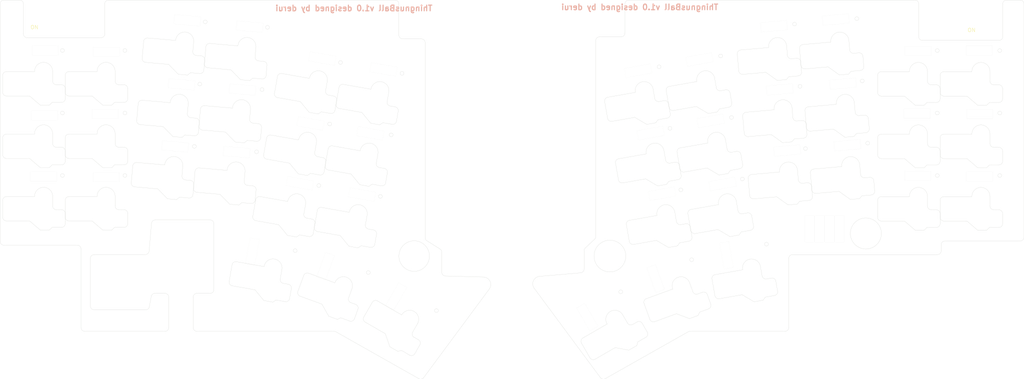
<source format=kicad_pcb>
(kicad_pcb (version 20241229) (generator "pcbnew") (generator_version "9.0")
  (layers (0 "F.Cu" signal) (2 "B.Cu" signal) (13 "F.Paste" user) (15 "B.Paste" user) (5 "F.SilkS" user "F.Silkscreen") (7 "B.SilkS" user "B.Silkscreen") (1 "F.Mask" user) (3 "B.Mask" user) (25 "Edge.Cuts" user))
  (net 0 "")
  (footprint "kbd_Parts:Diode_SMD_EdgeCuts" (layer "F.Cu") (at 262.767139 79.656232 180))
  (footprint "kbd_Parts:Diode_SMD_EdgeCuts" (layer "F.Cu") (at 105.449872 103.738503 70))
  (footprint "kicad-lib:Choc_v2_Socket_Form" (layer "F.Cu") (at 226.998621 61.878196 5))
  (footprint "kbd_Parts:Diode_SMD_EdgeCuts" (layer "F.Cu") (at 210.942299 81.844406 -170))
  (footprint "kicad-lib:Choc_v2_Socket_Form" (layer "F.Cu") (at 30.55508 51.93662))
  (footprint "kicad-lib:Choc_v2_Socket_Form" (layer "F.Cu") (at 103.54728 54.165714 -10))
  (footprint "kicad-lib:Choc_v2_Socket_Form" (layer "F.Cu") (at 47.15508 51.93662))
  (footprint "kbd_Parts:Diode_SMD_EdgeCuts" (layer "F.Cu") (at 211.959368 100.780476 100))
  (footprint "kicad-lib:Choc_v2_Socket_Form" (layer "F.Cu") (at 91.499117 104.159598 -10))
  (footprint "kicad-lib:Choc_v2_Socket_Form" (layer "F.Cu") (at 30.55508 85.13662))
  (footprint "kbd_Parts:Diode_SMD_EdgeCuts" (layer "F.Cu") (at 98.647453 81.680029 170))
  (footprint "kbd_Parts:Diode_SMD_EdgeCuts" (layer "F.Cu") (at 104.580994 48.532038 170))
  (footprint "kicad-lib:Choc_v2_Socket_Form" (layer "F.Cu") (at 279.567037 68.554803))
  (footprint "kicad-lib:Choc_v2_Socket_Form" (layer "F.Cu") (at 81.676711 78.396845 -5))
  (footprint "kbd_Parts:Diode_SMD_EdgeCuts" (layer "F.Cu") (at 228.109518 72.975967 -175))
  (footprint "kbd_Parts:Diode_SMD_EdgeCuts" (layer "F.Cu") (at 188.477792 51.772061 -170))
  (footprint "kicad-lib:Choc_v2_Socket_Form" (layer "F.Cu") (at 30.55508 68.53662))
  (footprint "kbd_Parts:Diode_SMD_EdgeCuts" (layer "F.Cu") (at 30.51432 79.906832 180))
  (footprint "kbd_Parts:Diode_SMD_EdgeCuts" (layer "F.Cu") (at 68.748669 38.382242 175))
  (footprint "kbd_Parts:Diode_SMD_EdgeCuts" (layer "F.Cu") (at 262.602582 63.17919 180))
  (footprint "kicad-lib:Choc_v2_Socket_Form" (layer "F.Cu") (at 262.967037 51.954803))
  (footprint "kbd_Parts:Diode_SMD_EdgeCuts" (layer "F.Cu") (at 117.361102 68.398487 170))
  (footprint "kicad-lib:Choc_v2_Socket_Form" (layer "F.Cu") (at 228.445406 78.415028 5))
  (footprint "kicad-lib:Choc_v2_Socket_Form" (layer "F.Cu") (at 225.551836 45.341364 5))
  (footprint "kbd_Parts:Diode_SMD_EdgeCuts" (layer "F.Cu") (at 244.09343 71.563683 -175))
  (footprint "kbd_Parts:Diode_SMD_EdgeCuts" (layer "F.Cu") (at 224.575149 39.942223 -175))
  (footprint "kbd_Parts:Diode_SMD_EdgeCuts" (layer "F.Cu") (at 124.218072 111.733169 60))
  (footprint "kbd_Parts:Diode_SMD_EdgeCuts" (layer "F.Cu") (at 115.169293 84.651363 170))
  (footprint "kicad-lib:Choc_v2_Socket_Form" (layer "F.Cu") (at 68.033449 43.876395 -5))
  (footprint "kbd_Parts:Diode_SMD_EdgeCuts" (layer "F.Cu") (at 47.190601 80.053958 180))
  (footprint "kicad-lib:Choc_v2_Socket_Form" (layer "F.Cu") (at 127.8 117.8 -30))
  (footprint "kicad-lib:Choc_v2_Socket_Form" (layer "F.Cu") (at 47.15508 68.53662))
  (footprint "kbd_Parts:Diode_SMD_EdgeCuts" (layer "F.Cu") (at 174.985823 117.220578 120))
  (footprint "kbd_Parts:Diode_SMD_EdgeCuts" (layer "F.Cu") (at 86.034101 99.815772 80))
  (footprint "kbd_Parts:Diode_SMD_EdgeCuts" (layer "F.Cu") (at 191.847604 68.328763 -170))
  (footprint "kbd_Parts:Diode_SMD_EdgeCuts" (layer "F.Cu") (at 240.992402 38.166323 -175))
  (footprint "kicad-lib:Choc_v2_Socket_Form" (layer "F.Cu") (at 199.910874 108.90175 20))
  (footprint "kicad-lib:Choc_v2_Socket_Form" (layer "F.Cu") (at 262.967037 68.554803))
  (footprint "kicad-lib:Choc_v2_Socket_Form" (layer "F.Cu") (at 279.567037 51.954803))
  (footprint "kbd_Parts:Diode_SMD_EdgeCuts" (layer "F.Cu") (at 242.915247 55.198724 -175))
  (footprint "kicad-lib:Choc_v2_Socket_Form" (layer "F.Cu") (at 65.139879 76.950059 -5))
  (footprint "kicad-lib:Choc_v2_Socket_Form" (layer "F.Cu") (at 212.223502 86.861332 10))
  (footprint "kicad-lib:Choc_v2_Socket_Form" (layer "F.Cu") (at 243.535453 60.43141 5))
  (footprint "kbd_Parts:Diode_SMD_EdgeCuts" (layer "F.Cu") (at 65.508168 71.883928 175))
  (footprint "kbd_Parts:Diode_SMD_EdgeCuts" (layer "F.Cu") (at 242 93.775 90))
  (footprint "kbd_Parts:Diode_SMD_EdgeCuts" (layer "F.Cu") (at 83.407452 56.774633 175))
  (footprint "kicad-lib:Choc_v2_Socket_Form" (layer "F.Cu") (at 66.586664 60.413227 -5))
  (footprint "kicad-lib:Choc_v2_Socket_Form" (layer "F.Cu") (at 244.982238 76.968242 5))
  (footprint "kbd_Parts:Diode_SMD_EdgeCuts" (layer "F.Cu") (at 236.666667 93.775 90))
  (footprint "kicad-lib:Choc_v2_Socket_Form" (layer "F.Cu") (at 279.567037 85.154803))
  (footprint "kicad-lib:Choc_v2_Socket_Form" (layer "F.Cu") (at 119.895089 57.048274 -10))
  (footprint "kbd_Parts:Diode_SMD_EdgeCuts" (layer "F.Cu") (at 226.116948 56.740523 -175))
  (footprint "kbd_Parts:Diode_SMD_EdgeCuts" (layer "F.Cu") (at 279.261432 63.231303 180))
  (footprint "kicad-lib:Choc_v2_Socket_Form" (layer "F.Cu") (at 190.110572 57.048274 10))
  (footprint "kicad-lib:Choc_v2_Socket_Form" (layer "F.Cu") (at 242.088668 43.894578 5))
  (footprint "kicad-lib:Choc_v2_Socket_Form" (layer "F.Cu") (at 192.993133 73.396083 10))
  (footprint "kbd_Parts:Diode_SMD_EdgeCuts" (layer "F.Cu") (at 207.789158 65.105897 -170))
  (footprint "kicad-lib:Choc_v2_Socket_Form" (layer "F.Cu") (at 195.875693 89.743892 10))
  (footprint "kbd_Parts:Diode_SMD_EdgeCuts" (layer "F.Cu") (at 30.99038 46.3376 180))
  (footprint "kbd_Parts:Diode_SMD_EdgeCuts" (layer "F.Cu") (at 239.333333 93.775 90))
  (footprint "kbd_Parts:Diode_SMD_EdgeCuts" (layer "F.Cu") (at 262.853933 46.537771 180))
  (footprint "kbd_Parts:Diode_SMD_EdgeCuts" (layer "F.Cu") (at 101.471841 65.773338 170))
  (footprint "kicad-lib:Choc_v2_Socket_Form" (layer "F.Cu") (at 218.623 104.177781 10))
  (footprint "kbd_Parts:Diode_SMD_EdgeCuts" (layer "F.Cu") (at 47.285615 46.718827 180))
  (footprint "kicad-lib:Choc_v2_Socket_Form" (layer "F.Cu") (at 47.15508 85.13662))
  (footprint "kbd_Parts:Diode_SMD_EdgeCuts" (layer "F.Cu") (at 279.131737 46.355783 180))
  (footprint "kicad-lib:Choc_v2_Socket_Form" (layer "F.Cu") (at 182.322117 117.8 30))
  (footprint "kicad-lib:Choc_v2_Socket_Form" (layer "F.Cu") (at 100.66472 70.513523 -10))
  (footprint "kicad-lib:Choc_v2_Socket_Form" (layer "F.Cu") (at 206.458381 54.165714 10))
  (footprint "kbd_Parts:Diode_SMD_EdgeCuts" (layer "F.Cu") (at 193.14881 106.96456 110))
  (footprint "kbd_Parts:Diode_SMD_EdgeCuts" (layer "F.Cu") (at 204.800393 48.783296 -170))
  (footprint "kbd_Parts:Diode_SMD_EdgeCuts" (layer "F.Cu") (at 81.848222 73.373693 175))
  (footprint "kbd_Parts:Diode_SMD_EdgeCuts" (layer "F.Cu") (at 46.921819 63.213301 180))
  (footprint "kbd_Parts:Diode_SMD_EdgeCuts" (layer "F.Cu") (at 120.89529 51.425876 170))
  (footprint "kicad-lib:Choc_v2_Socket_Form" (layer "F.Cu") (at 110.211243 108.883568 -20))
  (footprint "kicad-lib:Choc_v2_Socket_Form" (layer "F.Cu") (at 84.570281 45.323181 -5))
  (footprint "kbd_Parts:Diode_SMD_EdgeCuts" (layer "F.Cu") (at 194.8538 84.452124 -170))
  (footprint "kicad-lib:Choc_v2_Socket_Form" (layer "F.Cu") (at 209.340941 70.513523 10))
  (footprint "kicad-lib:Choc_v2_Socket_Form" (layer "F.Cu") (at 262.967037 85.154803))
  (footprint "kicad-lib:Choc_v2_Socket_Form" (layer "F.Cu") (at 117.012528 73.396083 -10))
  (footprint "kbd_Parts:Diode_SMD_EdgeCuts" (layer "F.Cu") (at 85.305393 40.053815 175))
  (footprint "kbd_Parts:Diode_SMD_EdgeCuts" (layer "F.Cu") (at 67.224301 55.37978 175))
  (footprint "kicad-lib:Choc_v2_Socket_Form" (layer "F.Cu") (at 114.129969 89.743892 -10))
  (footprint "kbd_Parts:Diode_SMD_EdgeCuts" (layer "F.Cu") (at 30.75995 63.623461 180))
  (footprint "kbd_Parts:Diode_SMD_EdgeCuts" (layer "F.Cu") (at 279.209319 79.890153 180))
  (footprint "kicad-lib:Choc_v2_Socket_Form" (layer "F.Cu") (at 83.123496 61.860013 -5))
  (footprint "kicad-lib:Choc_v2_Socket_Form" (layer "F.Cu") (at 97.78216 86.861332 -10))
  (footprint "kbd_Parts:Diode_SMD_EdgeCuts" (layer "F.Cu") (at 234 93.775 90))
  (gr_arc (start 137.318462 106.296441) (mid 136.630589 105.99577) (end 136.345763 105.301186) (stroke (width 0.05)) (layer "Edge.Cuts"))
  (gr_arc (start 59.150706 111.721115) (mid 59.493826 111.132239) (end 60.134576 110.9) (stroke (width 0.05)) (layer "Edge.Cuts"))
  (gr_arc (start 290 33) (mid 290.707107 33.292893) (end 291 34) (stroke (width 0.05)) (layer "Edge.Cuts"))
  (gr_arc (start 132.378104 96.934024) (mid 132.034816 96.571004) (end 131.91 96.087215) (stroke (width 0.05)) (layer "Edge.Cuts"))
  (gr_line (start 131.526122 133.289735) (end 148.954484 109.761447) (stroke (width 0.05)) (layer "Edge.Cuts"))
  (gr_line (start 26.2 43) (end 45.8 43) (stroke (width 0.05)) (layer "Edge.Cuts"))
  (gr_arc (start 26.2 43) (mid 25.492893 42.707107) (end 25.2 42) (stroke (width 0.05)) (layer "Edge.Cuts"))
  (gr_line (start 290 33) (end 286.37 33) (stroke (width 0.05)) (layer "Edge.Cuts"))
  (gr_arc (start 44 115.3) (mid 43.292893 115.007107) (end 43 114.3) (stroke (width 0.05)) (layer "Edge.Cuts"))
  (gr_line (start 124.94 42.31) (end 124.94 34) (stroke (width 0.05)) (layer "Edge.Cuts"))
  (gr_line (start 184 42.75) (end 178.250374 42.75) (stroke (width 0.05)) (layer "Edge.Cuts"))
  (gr_line (start 39.5 98.1) (end 19.997732 98.1) (stroke (width 0.05)) (layer "Edge.Cuts"))
  (gr_arc (start 228.50951 101.619509) (mid 228.802577 100.912723) (end 229.509509 100.62) (stroke (width 0.05)) (layer "Edge.Cuts"))
  (gr_arc (start 269 98) (mid 269.292893 97.292893) (end 270 97) (stroke (width 0.05)) (layer "Edge.Cuts"))
  (gr_circle (center 129 101) (end 132.55 102.96) (stroke (width 0.05)) (fill no) (layer "Edge.Cuts"))
  (gr_line (start 18.997732 33.997727) (end 18.997732 97.1) (stroke (width 0.05)) (layer "Edge.Cuts"))
  (gr_arc (start 174.14 99.590657) (mid 174.22155 99.19512) (end 174.4529 98.864095) (stroke (width 0.05)) (layer "Edge.Cuts"))
  (gr_arc (start 179.769492 133.56507) (mid 179.069564 133.672663) (end 178.473878 133.289735) (stroke (width 0.05)) (layer "Edge.Cuts"))
  (gr_arc (start 177.269839 95.769121) (mid 177.188367 96.164864) (end 176.95694 96.496057) (stroke (width 0.05)) (layer "Edge.Cuts"))
  (gr_line (start 174.14 99.590657) (end 174.14 104.452184) (stroke (width 0.05)) (layer "Edge.Cuts"))
  (gr_line (start 285.37 42.71) (end 285.37 34) (stroke (width 0.05)) (layer "Edge.Cuts"))
  (gr_arc (start 123.94 33) (mid 124.647107 33.292893) (end 124.94 34) (stroke (width 0.05)) (layer "Edge.Cuts"))
  (gr_line (start 43 114.3) (end 43 101.6) (stroke (width 0.05)) (layer "Edge.Cuts"))
  (gr_arc (start 71.3 121) (mid 70.592893 120.707107) (end 70.3 120) (stroke (width 0.05)) (layer "Edge.Cuts"))
  (gr_arc (start 39.5 98.1) (mid 40.207107 98.392893) (end 40.5 99.1) (stroke (width 0.05)) (layer "Edge.Cuts"))
  (gr_arc (start 46.8 34) (mid 47.092893 33.292893) (end 47.8 33) (stroke (width 0.05)) (layer "Edge.Cuts"))
  (gr_arc (start 185 41.75) (mid 184.707107 42.457107) (end 184 42.75) (stroke (width 0.05)) (layer "Edge.Cuts"))
  (gr_arc (start 131.526122 133.289735) (mid 130.930436 133.672663) (end 130.230508 133.56507) (stroke (width 0.05)) (layer "Edge.Cuts"))
  (gr_line (start 25.2 34) (end 25.2 42) (stroke (width 0.05)) (layer "Edge.Cuts"))
  (gr_line (start 186 33) (end 262.038182 33) (stroke (width 0.05)) (layer "Edge.Cuts"))
  (gr_arc (start 62.8 110.9) (mid 63.507107 111.192893) (end 63.8 111.9) (stroke (width 0.05)) (layer "Edge.Cuts"))
  (gr_line (start 291 96) (end 291 34) (stroke (width 0.05)) (layer "Edge.Cuts"))
  (gr_line (start 63.8 120) (end 63.8 111.9) (stroke (width 0.05)) (layer "Edge.Cuts"))
  (gr_arc (start 107.736947 121) (mid 107.991345 121.0329) (end 108.229004 121.129437) (stroke (width 0.05)) (layer "Edge.Cuts"))
  (gr_line (start 44 100.6) (end 57.583183 100.6) (stroke (width 0.05)) (layer "Edge.Cuts"))
  (gr_line (start 177.250374 43.750374) (end 177.269839 95.769121) (stroke (width 0.05)) (layer "Edge.Cuts"))
  (gr_arc (start 74.8 91.4) (mid 75.507107 91.692893) (end 75.8 92.4) (stroke (width 0.05)) (layer "Edge.Cuts"))
  (gr_line (start 137.318462 106.296441) (end 147.401952 106.571737) (stroke (width 0.05)) (layer "Edge.Cuts"))
  (gr_arc (start 19.997732 98.1) (mid 19.290625 97.807107) (end 18.997732 97.1) (stroke (width 0.05)) (layer "Edge.Cuts"))
  (gr_arc (start 70.3 111.9) (mid 70.592893 111.192893) (end 71.3 110.9) (stroke (width 0.05)) (layer "Edge.Cuts"))
  (gr_arc (start 58.649294 114.478885) (mid 58.306172 115.067752) (end 57.665424 115.3) (stroke (width 0.05)) (layer "Edge.Cuts"))
  (gr_arc (start 269 99.62) (mid 268.707107 100.327107) (end 268 100.62) (stroke (width 0.05)) (layer "Edge.Cuts"))
  (gr_arc (start 291 96) (mid 290.707107 96.707107) (end 290 97) (stroke (width 0.05)) (layer "Edge.Cuts"))
  (gr_arc (start 18.997732 33.997727) (mid 19.291429 33.2921) (end 19.99773 33) (stroke (width 0.05)) (layer "Edge.Cuts"))
  (gr_line (start 60.134576 110.9) (end 62.8 110.9) (stroke (width 0.05)) (layer "Edge.Cuts"))
  (gr_line (start 290 97) (end 270 97) (stroke (width 0.05)) (layer "Edge.Cuts"))
  (gr_arc (start 228.50049 120.000491) (mid 228.207423 120.707277) (end 227.500491 121) (stroke (width 0.05)) (layer "Edge.Cuts"))
  (gr_arc (start 160.90115 109.566552) (mid 160.685197 107.553647) (end 162.337168 106.383429) (stroke (width 0.05)) (layer "Edge.Cuts"))
  (gr_arc (start 174.14 104.452184) (mid 173.876732 105.128369) (end 173.225548 105.448518) (stroke (width 0.05)) (layer "Edge.Cuts"))
  (gr_arc (start 147.401952 106.571737) (mid 149.145666 107.695705) (end 148.954484 109.761447) (stroke (width 0.05)) (layer "Edge.Cuts"))
  (gr_arc (start 75.8 109.9) (mid 75.507107 110.607107) (end 74.8 110.9) (stroke (width 0.05)) (layer "Edge.Cuts"))
  (gr_arc (start 185 34) (mid 185.292893 33.292893) (end 186 33) (stroke (width 0.05)) (layer "Edge.Cuts"))
  (gr_line (start 178.473878 133.289735) (end 160.90115 109.566552) (stroke (width 0.05)) (layer "Edge.Cuts"))
  (gr_line (start 108.229004 121.129437) (end 130.230508 133.56507) (stroke (width 0.05)) (layer "Edge.Cuts"))
  (gr_line (start 202.263053 121) (end 227.500491 121) (stroke (width 0.05)) (layer "Edge.Cuts"))
  (gr_arc (start 58.579424 99.68663) (mid 58.258967 100.337093) (end 57.583183 100.6) (stroke (width 0.05)) (layer "Edge.Cuts"))
  (gr_arc (start 262.038182 33) (mid 262.745951 33.293556) (end 263.03818 34.001873) (stroke (width 0.05)) (layer "Edge.Cuts"))
  (gr_line (start 131.91 44.31) (end 131.91 96.087215) (stroke (width 0.05)) (layer "Edge.Cuts"))
  (gr_line (start 46.8 42) (end 46.8 34) (stroke (width 0.05)) (layer "Edge.Cuts"))
  (gr_line (start 107.736947 121) (end 71.3 121) (stroke (width 0.05)) (layer "Edge.Cuts"))
  (gr_circle (center 249 95) (end 252.8 96.6) (stroke (width 0.05)) (fill no) (layer "Edge.Cuts"))
  (gr_line (start 185 41.75) (end 185 34) (stroke (width 0.05)) (layer "Edge.Cuts"))
  (gr_line (start 70.3 111.9) (end 70.3 120) (stroke (width 0.05)) (layer "Edge.Cuts"))
  (gr_line (start 59.220577 92.31337) (end 58.579424 99.68663) (stroke (width 0.05)) (layer "Edge.Cuts"))
  (gr_arc (start 177.250374 43.750374) (mid 177.543133 43.043016) (end 178.250374 42.75) (stroke (width 0.05)) (layer "Edge.Cuts"))
  (gr_line (start 125.94 43.31) (end 130.91 43.31) (stroke (width 0.05)) (layer "Edge.Cuts"))
  (gr_arc (start 63.8 120) (mid 63.507107 120.707107) (end 62.8 121) (stroke (width 0.05)) (layer "Edge.Cuts"))
  (gr_arc (start 201.770996 121.129437) (mid 202.008655 121.0329) (end 202.263053 121) (stroke (width 0.05)) (layer "Edge.Cuts"))
  (gr_arc (start 264.021874 43.71) (mid 263.314105 43.416444) (end 263.021876 42.708127) (stroke (width 0.05)) (layer "Edge.Cuts"))
  (gr_arc (start 43 101.6) (mid 43.292893 100.892893) (end 44 100.6) (stroke (width 0.05)) (layer "Edge.Cuts"))
  (gr_line (start 40.5 99.1) (end 40.5 120) (stroke (width 0.05)) (layer "Edge.Cuts"))
  (gr_line (start 60.216817 91.4) (end 74.8 91.4) (stroke (width 0.05)) (layer "Edge.Cuts"))
  (gr_line (start 123.94 33) (end 47.8 33) (stroke (width 0.05)) (layer "Edge.Cuts"))
  (gr_line (start 19.99773 33) (end 24.2 33) (stroke (width 0.05)) (layer "Edge.Cuts"))
  (gr_line (start 41.5 121) (end 62.8 121) (stroke (width 0.05)) (layer "Edge.Cuts"))
  (gr_circle (center 181 101) (end 185.2 101.4) (stroke (width 0.05)) (fill no) (layer "Edge.Cuts"))
  (gr_line (start 229.509509 100.62) (end 268 100.62) (stroke (width 0.05)) (layer "Edge.Cuts"))
  (gr_line (start 228.50049 120.000491) (end 228.50951 101.619509) (stroke (width 0.05)) (layer "Edge.Cuts"))
  (gr_arc (start 41.5 121) (mid 40.792893 120.707107) (end 40.5 120) (stroke (width 0.05)) (layer "Edge.Cuts"))
  (gr_line (start 173.225548 105.448518) (end 162.337168 106.383429) (stroke (width 0.05)) (layer "Edge.Cuts"))
  (gr_line (start 176.95694 96.496057) (end 174.4529 98.864095) (stroke (width 0.05)) (layer "Edge.Cuts"))
  (gr_line (start 75.8 92.4) (end 75.8 109.9) (stroke (width 0.05)) (layer "Edge.Cuts"))
  (gr_line (start 136.322405 99.959929) (end 136.345763 105.301186) (stroke (width 0.05)) (layer "Edge.Cuts"))
  (gr_line (start 57.665424 115.3) (end 44 115.3) (stroke (width 0.05)) (layer "Edge.Cuts"))
  (gr_line (start 264.021874 43.71) (end 284.37 43.71) (stroke (width 0.05)) (layer "Edge.Cuts"))
  (gr_line (start 74.8 110.9) (end 71.3 110.9) (stroke (width 0.05)) (layer "Edge.Cuts"))
  (gr_arc (start 285.37 42.71) (mid 285.077107 43.417107) (end 284.37 43.71) (stroke (width 0.05)) (layer "Edge.Cuts"))
  (gr_line (start 263.021876 42.708127) (end 263.03818 34.001873) (stroke (width 0.05)) (layer "Edge.Cuts"))
  (gr_arc (start 46.8 42) (mid 46.507107 42.707107) (end 45.8 43) (stroke (width 0.05)) (layer "Edge.Cuts"))
  (gr_arc (start 59.220577 92.31337) (mid 59.541033 91.662901) (end 60.216817 91.4) (stroke (width 0.05)) (layer "Edge.Cuts"))
  (gr_arc (start 285.37 34) (mid 285.662893 33.292893) (end 286.37 33) (stroke (width 0.05)) (layer "Edge.Cuts"))
  (gr_arc (start 125.94 43.31) (mid 125.232893 43.017107) (end 124.94 42.31) (stroke (width 0.05)) (layer "Edge.Cuts"))
  (gr_line (start 179.769492 133.56507) (end 201.770996 121.129437) (stroke (width 0.05)) (layer "Edge.Cuts"))
  (gr_line (start 59.150706 111.721115) (end 58.649294 114.478885) (stroke (width 0.05)) (layer "Edge.Cuts"))
  (gr_line (start 269 98) (end 269 99.62) (stroke (width 0.05)) (layer "Edge.Cuts"))
  (gr_arc (start 130.91 43.31) (mid 131.617107 43.602893) (end 131.91 44.31) (stroke (width 0.05)) (layer "Edge.Cuts"))
  (gr_line (start 132.378104 96.934024) (end 135.854311 99.117492) (stroke (width 0.05)) (layer "Edge.Cuts"))
  (gr_arc (start 24.2 33) (mid 24.907107 33.292893) (end 25.2 34) (stroke (width 0.05)) (layer "Edge.Cuts"))
  (gr_arc (start 135.854311 99.117492) (mid 136.19654 99.4786) (end 136.322405 99.959929) (stroke (width 0.05)) (layer "Edge.Cuts"))
  (gr_text "ON" (at 275.967037 41.554803 0) (layer "F.SilkS") (effects (font (size 1 1) (thickness 0.1)) (justify left bottom)))
  (gr_text "ON" (at 27 40.8 0) (layer "F.SilkS") (effects (font (size 1 1) (thickness 0.1)) (justify left bottom)))
  (gr_text "ThingnusBall v1.0 designed by derui" (at 134.012856 36.04 -0) (layer "B.SilkS") (effects (font (size 1.5 1.5) (thickness 0.3) (bold yes)) (justify left bottom mirror)))
  (gr_text "ThingnusBall v1.0 designed by derui" (at 209.952856 35.75 -0) (layer "B.SilkS") (effects (font (size 1.5 1.5) (thickness 0.3) (bold yes)) (justify left bottom mirror)))
)
</source>
